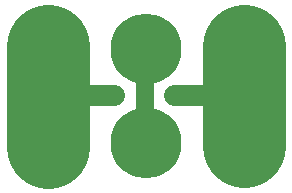
<source format=gbl>
%TF.GenerationSoftware,KiCad,Pcbnew,5.0.2-bee76a0~70~ubuntu16.04.1*%
%TF.CreationDate,2019-04-17T12:21:48-07:00*%
%TF.ProjectId,2x3-Female-Servo-Header,3278332d-4665-46d6-916c-652d53657276,1.0*%
%TF.SameCoordinates,Original*%
%TF.FileFunction,Copper,L2,Bot*%
%TF.FilePolarity,Positive*%
%FSLAX46Y46*%
G04 Gerber Fmt 4.6, Leading zero omitted, Abs format (unit mm)*
G04 Created by KiCad (PCBNEW 5.0.2-bee76a0~70~ubuntu16.04.1) date Wed Apr 17 12:21:48 2019*
%MOMM*%
%LPD*%
G01*
G04 APERTURE LIST*
%ADD10C,7.000000*%
%ADD11C,1.778000*%
%ADD12C,1.500000*%
%ADD13C,1.600000*%
%ADD14C,6.000000*%
%ADD15C,0.350000*%
G04 APERTURE END LIST*
D10*
X54112160Y-55859680D02*
X54112160Y-47325280D01*
D11*
X59700160Y-51490880D02*
X54366160Y-51490880D01*
D12*
X62266160Y-55554880D02*
X62266160Y-47554880D01*
D10*
X70672960Y-55808880D02*
X70672960Y-47274480D01*
D11*
X70114160Y-51490880D02*
X64780160Y-51490880D01*
D13*
X62306160Y-51454880D03*
D14*
X54366160Y-55554880D03*
X54366160Y-47554880D03*
X62366160Y-47554880D03*
X62366160Y-55554880D03*
D13*
X59766160Y-51454880D03*
X64846160Y-51454880D03*
D14*
X70366160Y-47554880D03*
X70366160Y-55554880D03*
D15*
X62306160Y-51454880D03*
X54366160Y-55554880D03*
X54366160Y-47554880D03*
X62366160Y-47554880D03*
X62366160Y-55554880D03*
X59766160Y-51454880D03*
X64846160Y-51454880D03*
X70366160Y-47554880D03*
X70366160Y-55554880D03*
M02*

</source>
